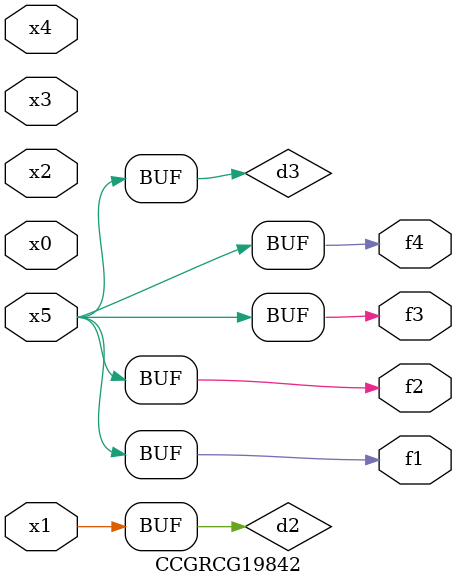
<source format=v>
module CCGRCG19842(
	input x0, x1, x2, x3, x4, x5,
	output f1, f2, f3, f4
);

	wire d1, d2, d3;

	not (d1, x5);
	or (d2, x1);
	xnor (d3, d1);
	assign f1 = d3;
	assign f2 = d3;
	assign f3 = d3;
	assign f4 = d3;
endmodule

</source>
